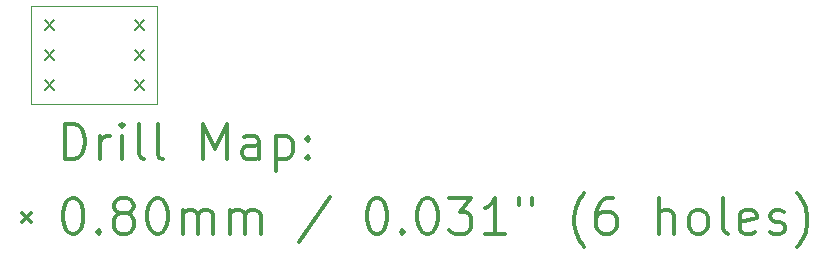
<source format=gbr>
%FSLAX45Y45*%
G04 Gerber Fmt 4.5, Leading zero omitted, Abs format (unit mm)*
G04 Created by KiCad (PCBNEW (5.1.6)-1) date 2022-11-10 12:24:44*
%MOMM*%
%LPD*%
G01*
G04 APERTURE LIST*
%TA.AperFunction,Profile*%
%ADD10C,0.050000*%
%TD*%
%ADD11C,0.200000*%
%ADD12C,0.300000*%
G04 APERTURE END LIST*
D10*
X15910560Y-9613900D02*
X15910560Y-8788400D01*
X14846300Y-9613900D02*
X15910560Y-9613900D01*
X14846300Y-8788400D02*
X14846300Y-9613900D01*
X15910560Y-8788400D02*
X14846300Y-8788400D01*
D11*
X14958700Y-8905880D02*
X15038700Y-8985880D01*
X15038700Y-8905880D02*
X14958700Y-8985880D01*
X14958700Y-9159880D02*
X15038700Y-9239880D01*
X15038700Y-9159880D02*
X14958700Y-9239880D01*
X14958700Y-9413880D02*
X15038700Y-9493880D01*
X15038700Y-9413880D02*
X14958700Y-9493880D01*
X15720700Y-8905880D02*
X15800700Y-8985880D01*
X15800700Y-8905880D02*
X15720700Y-8985880D01*
X15720700Y-9159880D02*
X15800700Y-9239880D01*
X15800700Y-9159880D02*
X15720700Y-9239880D01*
X15720700Y-9413880D02*
X15800700Y-9493880D01*
X15800700Y-9413880D02*
X15720700Y-9493880D01*
D12*
X15130228Y-10082114D02*
X15130228Y-9782114D01*
X15201657Y-9782114D01*
X15244514Y-9796400D01*
X15273086Y-9824972D01*
X15287371Y-9853543D01*
X15301657Y-9910686D01*
X15301657Y-9953543D01*
X15287371Y-10010686D01*
X15273086Y-10039257D01*
X15244514Y-10067829D01*
X15201657Y-10082114D01*
X15130228Y-10082114D01*
X15430228Y-10082114D02*
X15430228Y-9882114D01*
X15430228Y-9939257D02*
X15444514Y-9910686D01*
X15458800Y-9896400D01*
X15487371Y-9882114D01*
X15515943Y-9882114D01*
X15615943Y-10082114D02*
X15615943Y-9882114D01*
X15615943Y-9782114D02*
X15601657Y-9796400D01*
X15615943Y-9810686D01*
X15630228Y-9796400D01*
X15615943Y-9782114D01*
X15615943Y-9810686D01*
X15801657Y-10082114D02*
X15773086Y-10067829D01*
X15758800Y-10039257D01*
X15758800Y-9782114D01*
X15958800Y-10082114D02*
X15930228Y-10067829D01*
X15915943Y-10039257D01*
X15915943Y-9782114D01*
X16301657Y-10082114D02*
X16301657Y-9782114D01*
X16401657Y-9996400D01*
X16501657Y-9782114D01*
X16501657Y-10082114D01*
X16773086Y-10082114D02*
X16773086Y-9924972D01*
X16758800Y-9896400D01*
X16730228Y-9882114D01*
X16673086Y-9882114D01*
X16644514Y-9896400D01*
X16773086Y-10067829D02*
X16744514Y-10082114D01*
X16673086Y-10082114D01*
X16644514Y-10067829D01*
X16630228Y-10039257D01*
X16630228Y-10010686D01*
X16644514Y-9982114D01*
X16673086Y-9967829D01*
X16744514Y-9967829D01*
X16773086Y-9953543D01*
X16915943Y-9882114D02*
X16915943Y-10182114D01*
X16915943Y-9896400D02*
X16944514Y-9882114D01*
X17001657Y-9882114D01*
X17030228Y-9896400D01*
X17044514Y-9910686D01*
X17058800Y-9939257D01*
X17058800Y-10024972D01*
X17044514Y-10053543D01*
X17030228Y-10067829D01*
X17001657Y-10082114D01*
X16944514Y-10082114D01*
X16915943Y-10067829D01*
X17187371Y-10053543D02*
X17201657Y-10067829D01*
X17187371Y-10082114D01*
X17173086Y-10067829D01*
X17187371Y-10053543D01*
X17187371Y-10082114D01*
X17187371Y-9896400D02*
X17201657Y-9910686D01*
X17187371Y-9924972D01*
X17173086Y-9910686D01*
X17187371Y-9896400D01*
X17187371Y-9924972D01*
X14763800Y-10536400D02*
X14843800Y-10616400D01*
X14843800Y-10536400D02*
X14763800Y-10616400D01*
X15187371Y-10412114D02*
X15215943Y-10412114D01*
X15244514Y-10426400D01*
X15258800Y-10440686D01*
X15273086Y-10469257D01*
X15287371Y-10526400D01*
X15287371Y-10597829D01*
X15273086Y-10654972D01*
X15258800Y-10683543D01*
X15244514Y-10697829D01*
X15215943Y-10712114D01*
X15187371Y-10712114D01*
X15158800Y-10697829D01*
X15144514Y-10683543D01*
X15130228Y-10654972D01*
X15115943Y-10597829D01*
X15115943Y-10526400D01*
X15130228Y-10469257D01*
X15144514Y-10440686D01*
X15158800Y-10426400D01*
X15187371Y-10412114D01*
X15415943Y-10683543D02*
X15430228Y-10697829D01*
X15415943Y-10712114D01*
X15401657Y-10697829D01*
X15415943Y-10683543D01*
X15415943Y-10712114D01*
X15601657Y-10540686D02*
X15573086Y-10526400D01*
X15558800Y-10512114D01*
X15544514Y-10483543D01*
X15544514Y-10469257D01*
X15558800Y-10440686D01*
X15573086Y-10426400D01*
X15601657Y-10412114D01*
X15658800Y-10412114D01*
X15687371Y-10426400D01*
X15701657Y-10440686D01*
X15715943Y-10469257D01*
X15715943Y-10483543D01*
X15701657Y-10512114D01*
X15687371Y-10526400D01*
X15658800Y-10540686D01*
X15601657Y-10540686D01*
X15573086Y-10554972D01*
X15558800Y-10569257D01*
X15544514Y-10597829D01*
X15544514Y-10654972D01*
X15558800Y-10683543D01*
X15573086Y-10697829D01*
X15601657Y-10712114D01*
X15658800Y-10712114D01*
X15687371Y-10697829D01*
X15701657Y-10683543D01*
X15715943Y-10654972D01*
X15715943Y-10597829D01*
X15701657Y-10569257D01*
X15687371Y-10554972D01*
X15658800Y-10540686D01*
X15901657Y-10412114D02*
X15930228Y-10412114D01*
X15958800Y-10426400D01*
X15973086Y-10440686D01*
X15987371Y-10469257D01*
X16001657Y-10526400D01*
X16001657Y-10597829D01*
X15987371Y-10654972D01*
X15973086Y-10683543D01*
X15958800Y-10697829D01*
X15930228Y-10712114D01*
X15901657Y-10712114D01*
X15873086Y-10697829D01*
X15858800Y-10683543D01*
X15844514Y-10654972D01*
X15830228Y-10597829D01*
X15830228Y-10526400D01*
X15844514Y-10469257D01*
X15858800Y-10440686D01*
X15873086Y-10426400D01*
X15901657Y-10412114D01*
X16130228Y-10712114D02*
X16130228Y-10512114D01*
X16130228Y-10540686D02*
X16144514Y-10526400D01*
X16173086Y-10512114D01*
X16215943Y-10512114D01*
X16244514Y-10526400D01*
X16258800Y-10554972D01*
X16258800Y-10712114D01*
X16258800Y-10554972D02*
X16273086Y-10526400D01*
X16301657Y-10512114D01*
X16344514Y-10512114D01*
X16373086Y-10526400D01*
X16387371Y-10554972D01*
X16387371Y-10712114D01*
X16530228Y-10712114D02*
X16530228Y-10512114D01*
X16530228Y-10540686D02*
X16544514Y-10526400D01*
X16573086Y-10512114D01*
X16615943Y-10512114D01*
X16644514Y-10526400D01*
X16658800Y-10554972D01*
X16658800Y-10712114D01*
X16658800Y-10554972D02*
X16673086Y-10526400D01*
X16701657Y-10512114D01*
X16744514Y-10512114D01*
X16773086Y-10526400D01*
X16787371Y-10554972D01*
X16787371Y-10712114D01*
X17373086Y-10397829D02*
X17115943Y-10783543D01*
X17758800Y-10412114D02*
X17787371Y-10412114D01*
X17815943Y-10426400D01*
X17830228Y-10440686D01*
X17844514Y-10469257D01*
X17858800Y-10526400D01*
X17858800Y-10597829D01*
X17844514Y-10654972D01*
X17830228Y-10683543D01*
X17815943Y-10697829D01*
X17787371Y-10712114D01*
X17758800Y-10712114D01*
X17730228Y-10697829D01*
X17715943Y-10683543D01*
X17701657Y-10654972D01*
X17687371Y-10597829D01*
X17687371Y-10526400D01*
X17701657Y-10469257D01*
X17715943Y-10440686D01*
X17730228Y-10426400D01*
X17758800Y-10412114D01*
X17987371Y-10683543D02*
X18001657Y-10697829D01*
X17987371Y-10712114D01*
X17973086Y-10697829D01*
X17987371Y-10683543D01*
X17987371Y-10712114D01*
X18187371Y-10412114D02*
X18215943Y-10412114D01*
X18244514Y-10426400D01*
X18258800Y-10440686D01*
X18273086Y-10469257D01*
X18287371Y-10526400D01*
X18287371Y-10597829D01*
X18273086Y-10654972D01*
X18258800Y-10683543D01*
X18244514Y-10697829D01*
X18215943Y-10712114D01*
X18187371Y-10712114D01*
X18158800Y-10697829D01*
X18144514Y-10683543D01*
X18130228Y-10654972D01*
X18115943Y-10597829D01*
X18115943Y-10526400D01*
X18130228Y-10469257D01*
X18144514Y-10440686D01*
X18158800Y-10426400D01*
X18187371Y-10412114D01*
X18387371Y-10412114D02*
X18573086Y-10412114D01*
X18473086Y-10526400D01*
X18515943Y-10526400D01*
X18544514Y-10540686D01*
X18558800Y-10554972D01*
X18573086Y-10583543D01*
X18573086Y-10654972D01*
X18558800Y-10683543D01*
X18544514Y-10697829D01*
X18515943Y-10712114D01*
X18430228Y-10712114D01*
X18401657Y-10697829D01*
X18387371Y-10683543D01*
X18858800Y-10712114D02*
X18687371Y-10712114D01*
X18773086Y-10712114D02*
X18773086Y-10412114D01*
X18744514Y-10454972D01*
X18715943Y-10483543D01*
X18687371Y-10497829D01*
X18973086Y-10412114D02*
X18973086Y-10469257D01*
X19087371Y-10412114D02*
X19087371Y-10469257D01*
X19530228Y-10826400D02*
X19515943Y-10812114D01*
X19487371Y-10769257D01*
X19473086Y-10740686D01*
X19458800Y-10697829D01*
X19444514Y-10626400D01*
X19444514Y-10569257D01*
X19458800Y-10497829D01*
X19473086Y-10454972D01*
X19487371Y-10426400D01*
X19515943Y-10383543D01*
X19530228Y-10369257D01*
X19773086Y-10412114D02*
X19715943Y-10412114D01*
X19687371Y-10426400D01*
X19673086Y-10440686D01*
X19644514Y-10483543D01*
X19630228Y-10540686D01*
X19630228Y-10654972D01*
X19644514Y-10683543D01*
X19658800Y-10697829D01*
X19687371Y-10712114D01*
X19744514Y-10712114D01*
X19773086Y-10697829D01*
X19787371Y-10683543D01*
X19801657Y-10654972D01*
X19801657Y-10583543D01*
X19787371Y-10554972D01*
X19773086Y-10540686D01*
X19744514Y-10526400D01*
X19687371Y-10526400D01*
X19658800Y-10540686D01*
X19644514Y-10554972D01*
X19630228Y-10583543D01*
X20158800Y-10712114D02*
X20158800Y-10412114D01*
X20287371Y-10712114D02*
X20287371Y-10554972D01*
X20273086Y-10526400D01*
X20244514Y-10512114D01*
X20201657Y-10512114D01*
X20173086Y-10526400D01*
X20158800Y-10540686D01*
X20473086Y-10712114D02*
X20444514Y-10697829D01*
X20430228Y-10683543D01*
X20415943Y-10654972D01*
X20415943Y-10569257D01*
X20430228Y-10540686D01*
X20444514Y-10526400D01*
X20473086Y-10512114D01*
X20515943Y-10512114D01*
X20544514Y-10526400D01*
X20558800Y-10540686D01*
X20573086Y-10569257D01*
X20573086Y-10654972D01*
X20558800Y-10683543D01*
X20544514Y-10697829D01*
X20515943Y-10712114D01*
X20473086Y-10712114D01*
X20744514Y-10712114D02*
X20715943Y-10697829D01*
X20701657Y-10669257D01*
X20701657Y-10412114D01*
X20973086Y-10697829D02*
X20944514Y-10712114D01*
X20887371Y-10712114D01*
X20858800Y-10697829D01*
X20844514Y-10669257D01*
X20844514Y-10554972D01*
X20858800Y-10526400D01*
X20887371Y-10512114D01*
X20944514Y-10512114D01*
X20973086Y-10526400D01*
X20987371Y-10554972D01*
X20987371Y-10583543D01*
X20844514Y-10612114D01*
X21101657Y-10697829D02*
X21130228Y-10712114D01*
X21187371Y-10712114D01*
X21215943Y-10697829D01*
X21230228Y-10669257D01*
X21230228Y-10654972D01*
X21215943Y-10626400D01*
X21187371Y-10612114D01*
X21144514Y-10612114D01*
X21115943Y-10597829D01*
X21101657Y-10569257D01*
X21101657Y-10554972D01*
X21115943Y-10526400D01*
X21144514Y-10512114D01*
X21187371Y-10512114D01*
X21215943Y-10526400D01*
X21330228Y-10826400D02*
X21344514Y-10812114D01*
X21373086Y-10769257D01*
X21387371Y-10740686D01*
X21401657Y-10697829D01*
X21415943Y-10626400D01*
X21415943Y-10569257D01*
X21401657Y-10497829D01*
X21387371Y-10454972D01*
X21373086Y-10426400D01*
X21344514Y-10383543D01*
X21330228Y-10369257D01*
M02*

</source>
